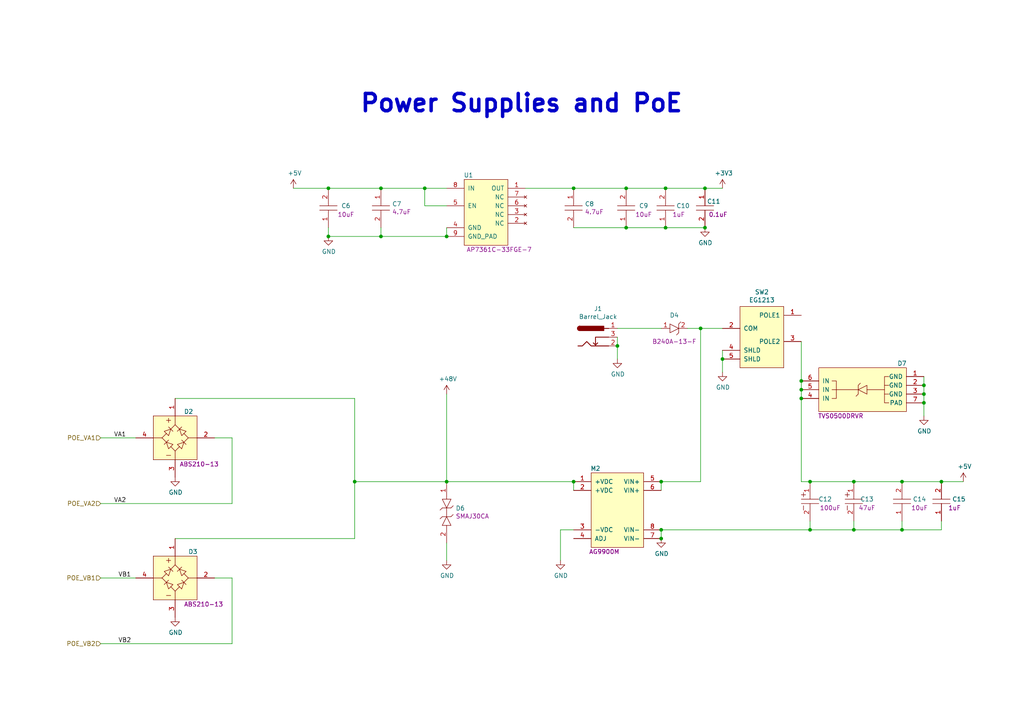
<source format=kicad_sch>
(kicad_sch (version 20231120) (generator "eeschema") (generator_version "8.0")
  (paper "A4")
  (lib_symbols
    (symbol "AVR-KiCAD-Lib-Diodes:ABS210-13" (pin_names (offset 1.016))
      (property "Reference" "D" (at 0 1.27 0))
      (property "_Value_" "ABS210-13" (at 12.7 -13.97 0))
      (symbol "ABS210-13_0_1"
        (polyline (pts (xy 0 -6.35) (xy 2.54 -6.35)))
        (polyline (pts (xy 3.81 -11.43) (xy 5.08 -11.43)))
        (polyline (pts (xy 3.81 -5.08) (xy 2.54 -6.35)))
        (polyline (pts (xy 3.81 -1.27) (xy 5.08 -1.27)))
        (polyline (pts (xy 4.445 -3.175) (xy 5.715 -4.445)))
        (polyline (pts (xy 4.445 -0.635) (xy 4.445 -1.905)))
        (polyline (pts (xy 5.08 -3.81) (xy 6.35 -2.54)))
        (polyline (pts (xy 6.35 -12.7) (xy 6.35 -10.16)))
        (polyline (pts (xy 6.35 -2.54) (xy 6.35 0)))
        (polyline (pts (xy 12.7 -6.35) (xy 10.16 -6.35)))
        (polyline (pts (xy 4.445 -5.715) (xy 3.175 -4.445) (xy 5.08 -3.81) (xy 4.445 -5.715)))
        (rectangle (start 0 0) (end 12.7 -12.7) (fill (type background)))
      )
      (symbol "ABS210-13_1_1"
        (polyline (pts (xy 3.175 -8.255) (xy 4.445 -6.985)))
        (polyline (pts (xy 3.81 -7.62) (xy 2.54 -6.35)))
        (polyline (pts (xy 5.08 -8.89) (xy 6.35 -10.16)))
        (polyline (pts (xy 6.985 -4.445) (xy 8.255 -3.175)))
        (polyline (pts (xy 7.62 -8.89) (xy 6.35 -10.16)))
        (polyline (pts (xy 7.62 -3.81) (xy 6.35 -2.54)))
        (polyline (pts (xy 8.255 -6.985) (xy 9.525 -8.255)))
        (polyline (pts (xy 8.89 -7.62) (xy 10.16 -6.35)))
        (polyline (pts (xy 8.89 -5.08) (xy 10.16 -6.35)))
        (polyline (pts (xy 5.715 -8.255) (xy 4.445 -9.525) (xy 3.81 -7.62) (xy 5.715 -8.255)))
        (polyline (pts (xy 8.255 -9.525) (xy 6.985 -8.255) (xy 8.89 -7.62) (xy 8.255 -9.525)))
        (polyline (pts (xy 9.525 -4.445) (xy 8.255 -5.715) (xy 7.62 -3.81) (xy 9.525 -4.445)))
        (pin passive line (at 6.35 5.08 270) (length 5.08) (name "~") (number "1"))
        (pin passive line (at 17.78 -6.35 180) (length 5.08) (name "~") (number "2"))
        (pin passive line (at 6.35 -17.78 90) (length 5.08) (name "~") (number "3"))
        (pin passive line (at -5.08 -6.35 0) (length 5.08) (name "~") (number "4"))
      )
    )
    (symbol "agricoltura-madre-rpi4-hat-rescue:+3.3V-power" (power) (pin_names (offset 0))
      (property "Value" "power_+3.3V" (at 0 3.556 0))
      (symbol "+3.3V-power_0_1"
        (polyline (pts (xy -0.762 1.27) (xy 0 2.54)))
        (polyline (pts (xy 0 0) (xy 0 2.54)))
        (polyline (pts (xy 0 2.54) (xy 0.762 1.27)))
      )
      (symbol "+3.3V-power_1_1"
        (pin power_in line (at 0 0 90) (length 0) hide (name "+3V3") (number "1"))
      )
    )
    (symbol "agricoltura-madre-rpi4-hat-rescue:+48V-power" (power) (pin_names (offset 0))
      (property "Value" "power_+48V" (at 0 3.556 0))
      (symbol "+48V-power_0_1"
        (polyline (pts (xy -0.762 1.27) (xy 0 2.54)))
        (polyline (pts (xy 0 0) (xy 0 2.54)))
        (polyline (pts (xy 0 2.54) (xy 0.762 1.27)))
      )
      (symbol "+48V-power_1_1"
        (pin power_in line (at 0 0 90) (length 0) hide (name "+48V") (number "1"))
      )
    )
    (symbol "agricoltura-madre-rpi4-hat-rescue:+5V-power" (power) (pin_names (offset 0))
      (property "Value" "power_+5V" (at 0 3.556 0))
      (symbol "+5V-power_0_1"
        (polyline (pts (xy -0.762 1.27) (xy 0 2.54)))
        (polyline (pts (xy 0 0) (xy 0 2.54)))
        (polyline (pts (xy 0 2.54) (xy 0.762 1.27)))
      )
      (symbol "+5V-power_1_1"
        (pin power_in line (at 0 0 90) (length 0) hide (name "+5V") (number "1"))
      )
    )
    (symbol "agricoltura-madre-rpi4-hat-rescue:AG9900M-growbox-KiCAD-Modules" (pin_names (offset 1.016))
      (property "Reference" "M" (at -7.62 -2.54 0))
      (property "_Value_" "AG9900M" (at 58.42 63.5 0))
      (symbol "AG9900M-growbox-KiCAD-Modules_0_1"
        (rectangle (start -7.62 -3.81) (end 7.62 -25.4) (fill (type background)))
      )
      (symbol "AG9900M-growbox-KiCAD-Modules_1_1"
        (pin power_out line (at -12.7 -6.35 0) (length 5.08) (name "+VDC") (number "1"))
        (pin power_out line (at -12.7 -8.89 0) (length 5.08) (name "+VDC") (number "2"))
        (pin power_in line (at -12.7 -20.32 0) (length 5.08) (name "-VDC") (number "3"))
        (pin input line (at -12.7 -22.86 0) (length 5.08) (name "ADJ") (number "4"))
        (pin power_in line (at 12.7 -6.35 180) (length 5.08) (name "VIN+") (number "5"))
        (pin power_in line (at 12.7 -8.89 180) (length 5.08) (name "VIN+") (number "6"))
        (pin power_in line (at 12.7 -22.86 180) (length 5.08) (name "VIN-") (number "7"))
        (pin power_in line (at 12.7 -20.32 180) (length 5.08) (name "VIN-") (number "8"))
      )
    )
    (symbol "agricoltura-madre-rpi4-hat-rescue:AP7361C-33FGE-7-growbox-KiCAD-ICs" (pin_names (offset 1.016))
      (property "Reference" "U" (at 0 1.27 0))
      (property "_Value_" "AP7361C-33FGE-7" (at 10.16 -20.32 0))
      (symbol "AP7361C-33FGE-7-growbox-KiCAD-ICs_0_1"
        (rectangle (start 0 0) (end 12.7 -19.05) (fill (type background)))
      )
      (symbol "AP7361C-33FGE-7-growbox-KiCAD-ICs_1_1"
        (pin power_out line (at 17.78 -2.54 180) (length 5.08) (name "OUT") (number "1"))
        (pin no_connect line (at 17.78 -12.7 180) (length 5.08) (name "NC") (number "2"))
        (pin no_connect line (at 17.78 -10.16 180) (length 5.08) (name "NC") (number "3"))
        (pin passive line (at -5.08 -13.97 0) (length 5.08) (name "GND") (number "4"))
        (pin input line (at -5.08 -7.62 0) (length 5.08) (name "EN") (number "5"))
        (pin no_connect line (at 17.78 -7.62 180) (length 5.08) (name "NC") (number "6"))
        (pin no_connect line (at 17.78 -5.08 180) (length 5.08) (name "NC") (number "7"))
        (pin power_in line (at -5.08 -2.54 0) (length 5.08) (name "IN") (number "8"))
        (pin power_in line (at -5.08 -16.51 0) (length 5.08) (name "GND_PAD") (number "9"))
      )
    )
    (symbol "agricoltura-madre-rpi4-hat-rescue:B240A-13-F-growbox-KiCAD-Diodes" (pin_names (offset 1.016))
      (property "Reference" "D" (at -2.54 2.54 0))
      (property "_Value_" "B240A-13-F" (at 1.27 -3.81 0))
      (symbol "B240A-13-F-growbox-KiCAD-Diodes_0_1"
        (polyline (pts (xy 1.27 -1.27) (xy 0.635 -1.905)))
        (polyline (pts (xy 1.27 1.27) (xy 1.27 -1.27)))
        (polyline (pts (xy 1.27 1.27) (xy 1.905 1.905)))
        (polyline (pts (xy -1.27 1.27) (xy -1.27 -1.27) (xy 1.27 0) (xy -1.27 1.27)))
      )
      (symbol "B240A-13-F-growbox-KiCAD-Diodes_1_1"
        (pin passive line (at -3.81 0 0) (length 2.54) (name "~") (number "1"))
        (pin passive line (at 3.81 0 180) (length 2.54) (name "~") (number "2"))
      )
    )
    (symbol "agricoltura-madre-rpi4-hat-rescue:Barrel_Jack-conn" (pin_names (offset 1.016))
      (property "Reference" "J" (at 0 5.334 0))
      (property "Value" "conn_Barrel_Jack" (at 0 -4.445 0))
      (symbol "Barrel_Jack-conn_0_1"
        (arc (start -3.302 3.175) (mid -3.937 2.54) (end -3.302 1.905) (stroke (width 0.254)))
        (arc (start -3.302 3.175) (mid -3.937 2.54) (end -3.302 1.905) (stroke (width 0.254)) (fill (type outline)))
        (polyline (pts (xy 1.27 -2.286) (xy 1.905 -1.651)) (stroke (width 0.254)))
        (polyline (pts (xy 5.08 2.54) (xy 3.81 2.54)) (stroke (width 0.254)))
        (polyline (pts (xy 5.08 0) (xy 1.27 0) (xy 1.27 -2.286) (xy 0.635 -1.651)) (stroke (width 0.254)))
        (polyline (pts (xy -3.81 -2.54) (xy -2.54 -2.54) (xy -1.27 -1.27) (xy 0 -2.54) (xy 2.54 -2.54) (xy 5.08 -2.54)) (stroke (width 0.254)))
        (rectangle (start 3.683 3.175) (end -3.302 1.905) (stroke (width 0.254)) (fill (type outline)))
      )
      (symbol "Barrel_Jack-conn_1_1"
        (pin passive line (at 7.62 2.54 180) (length 2.54) (name "~") (number "1"))
        (pin passive line (at 7.62 -2.54 180) (length 2.54) (name "~") (number "2"))
        (pin passive line (at 7.62 0 180) (length 2.54) (name "~") (number "3"))
      )
    )
    (symbol "agricoltura-madre-rpi4-hat-rescue:EG1213-growbox-KiCAD-Mechanical-Switches" (pin_names (offset 1.016))
      (property "Reference" "SW" (at 1.27 1.27 0))
      (property "Value" "growbox-KiCAD-Mechanical-Switches_EG1213" (at 3.81 -19.05 0))
      (symbol "EG1213-growbox-KiCAD-Mechanical-Switches_0_1"
        (polyline (pts (xy 6.35 -6.35) (xy 6.35 -6.35)))
        (rectangle (start 0 0) (end 12.7 -17.78) (fill (type background)))
      )
      (symbol "EG1213-growbox-KiCAD-Mechanical-Switches_1_1"
        (pin passive line (at 17.78 -2.54 180) (length 5.08) (name "POLE1") (number "1"))
        (pin passive line (at -5.08 -6.35 0) (length 5.08) (name "COM") (number "2"))
        (pin passive line (at 17.78 -10.16 180) (length 5.08) (name "POLE2") (number "3"))
        (pin passive line (at -5.08 -12.7 0) (length 5.08) (name "SHLD") (number "4"))
        (pin passive line (at -5.08 -15.24 0) (length 5.08) (name "SHLD") (number "5"))
      )
    )
    (symbol "agricoltura-madre-rpi4-hat-rescue:GND-power" (power) (pin_names (offset 0))
      (property "Value" "power_GND" (at 0 -3.81 0))
      (symbol "GND-power_0_1"
        (polyline (pts (xy 0 0) (xy 0 -1.27) (xy 1.27 -1.27) (xy 0 -2.54) (xy -1.27 -1.27) (xy 0 -1.27)))
      )
      (symbol "GND-power_1_1"
        (pin power_in line (at 0 0 270) (length 0) hide (name "GND") (number "1"))
      )
    )
    (symbol "agricoltura-madre-rpi4-hat-rescue:GRM155C81A105KA12D-growbox-KiCAD-Capacitors" (pin_names (offset 1.016))
      (property "Reference" "C" (at -2.54 2.54 0))
      (property "_Value_" "1uF" (at 58.42 63.5 0))
      (symbol "GRM155C81A105KA12D-growbox-KiCAD-Capacitors_1_1"
        (polyline (pts (xy 0 2.54) (xy 0 -2.54)))
        (polyline (pts (xy 1.27 2.54) (xy 1.27 -2.54)))
        (pin input line (at -5.08 0 0) (length 5.08) (name "~") (number "1"))
        (pin input line (at 6.35 0 180) (length 5.08) (name "~") (number "2"))
      )
    )
    (symbol "agricoltura-madre-rpi4-hat-rescue:GRM155R61A475MEAAD-growbox-KiCAD-Capacitors" (pin_names (offset 1.016))
      (property "Reference" "C" (at -2.54 2.54 0))
      (property "_Value_" "4.7uF" (at 58.42 63.5 0))
      (symbol "GRM155R61A475MEAAD-growbox-KiCAD-Capacitors_1_1"
        (polyline (pts (xy 0 2.54) (xy 0 -2.54)))
        (polyline (pts (xy 1.27 2.54) (xy 1.27 -2.54)))
        (pin input line (at -5.08 0 0) (length 5.08) (name "~") (number "1"))
        (pin input line (at 6.35 0 180) (length 5.08) (name "~") (number "2"))
      )
    )
    (symbol "agricoltura-madre-rpi4-hat-rescue:GRM155R71E104KE14J-growbox-KiCAD-Capacitors" (pin_names (offset 1.016))
      (property "Reference" "C" (at -2.54 2.54 0))
      (property "_Value_" "0.1uF" (at 58.42 63.5 0))
      (symbol "GRM155R71E104KE14J-growbox-KiCAD-Capacitors_1_1"
        (polyline (pts (xy 0 2.54) (xy 0 -2.54)))
        (polyline (pts (xy 1.27 2.54) (xy 1.27 -2.54)))
        (pin input line (at -5.08 0 0) (length 5.08) (name "~") (number "1"))
        (pin input line (at 6.35 0 180) (length 5.08) (name "~") (number "2"))
      )
    )
    (symbol "agricoltura-madre-rpi4-hat-rescue:GRM188R61A106KE69J-growbox-KiCAD-Capacitors" (pin_names (offset 1.016))
      (property "Reference" "C" (at -2.54 2.54 0))
      (property "_Value_" "10uF" (at 58.42 63.5 0))
      (symbol "GRM188R61A106KE69J-growbox-KiCAD-Capacitors_1_1"
        (polyline (pts (xy 0 2.54) (xy 0 -2.54)))
        (polyline (pts (xy 1.27 2.54) (xy 1.27 -2.54)))
        (pin input line (at -5.08 0 0) (length 5.08) (name "~") (number "1"))
        (pin input line (at 6.35 0 180) (length 5.08) (name "~") (number "2"))
      )
    )
    (symbol "agricoltura-madre-rpi4-hat-rescue:SMAJ30CA-growbox-KiCAD-Diodes" (pin_names (offset 1.016))
      (property "Reference" "D" (at -2.54 2.54 0))
      (property "_Value_" "SMAJ30CA" (at 58.42 63.5 0))
      (symbol "SMAJ30CA-growbox-KiCAD-Diodes_0_1"
        (polyline (pts (xy 1.27 0) (xy -1.27 0)))
      )
      (symbol "SMAJ30CA-growbox-KiCAD-Diodes_1_1"
        (polyline (pts (xy -1.27 -1.27) (xy -1.27 1.27)))
        (polyline (pts (xy -1.27 -1.27) (xy -0.635 -1.905)))
        (polyline (pts (xy -1.27 1.27) (xy -1.905 1.905)))
        (polyline (pts (xy 1.27 -1.27) (xy 1.905 -1.905)))
        (polyline (pts (xy 1.27 1.27) (xy 0.635 1.905)))
        (polyline (pts (xy 1.27 1.27) (xy 1.27 -1.27)))
        (polyline (pts (xy -3.81 1.27) (xy -3.81 -1.27) (xy -1.27 0) (xy -3.81 1.27)))
        (polyline (pts (xy 3.81 -1.27) (xy 3.81 1.27) (xy 1.27 0) (xy 3.81 -1.27)))
        (pin passive line (at -8.89 0 0) (length 5.08) (name "~") (number "1"))
        (pin passive line (at 8.89 0 180) (length 5.08) (name "~") (number "2"))
      )
    )
    (symbol "agricoltura-madre-rpi4-hat-rescue:TVS0500DRVR-growbox-KiCAD-Diodes" (pin_names (offset 1.016))
      (property "Reference" "D" (at -12.7 1.27 0))
      (property "_Value_" "TVS0500DRVR" (at -6.35 -13.97 0))
      (symbol "TVS0500DRVR-growbox-KiCAD-Diodes_0_1"
        (rectangle (start -12.7 0) (end 12.7 -12.7) (fill (type background)))
        (polyline (pts (xy -7.62 -6.35) (xy -8.89 -6.35)))
        (polyline (pts (xy -1.27 -6.35) (xy -7.62 -6.35)))
        (polyline (pts (xy 6.35 -7.62) (xy 7.62 -7.62)))
        (polyline (pts (xy 6.35 -6.35) (xy 1.27 -6.35)))
        (polyline (pts (xy 6.35 -5.08) (xy 7.62 -5.08)))
        (polyline (pts (xy -8.89 -3.81) (xy -7.62 -3.81) (xy -7.62 -8.89) (xy -8.89 -8.89)))
        (polyline (pts (xy 7.62 -2.54) (xy 6.35 -2.54) (xy 6.35 -10.16) (xy 7.62 -10.16)))
      )
      (symbol "TVS0500DRVR-growbox-KiCAD-Diodes_1_1"
        (polyline (pts (xy -1.27 -7.62) (xy -1.905 -8.255)))
        (polyline (pts (xy -1.27 -7.62) (xy -1.27 -5.08)))
        (polyline (pts (xy -1.27 -5.08) (xy -0.635 -4.445)))
        (polyline (pts (xy 1.27 -7.62) (xy 1.27 -5.08) (xy -1.27 -6.35) (xy 1.27 -7.62)))
        (pin passive line (at 17.78 -2.54 180) (length 5.08) (name "GND") (number "1"))
        (pin passive line (at 17.78 -5.08 180) (length 5.08) (name "GND") (number "2"))
        (pin passive line (at 17.78 -7.62 180) (length 5.08) (name "GND") (number "3"))
        (pin passive line (at -17.78 -8.89 0) (length 5.08) (name "IN") (number "4"))
        (pin passive line (at -17.78 -6.35 0) (length 5.08) (name "IN") (number "5"))
        (pin passive line (at -17.78 -3.81 0) (length 5.08) (name "IN") (number "6"))
        (pin passive line (at 17.78 -10.16 180) (length 5.08) (name "PAD") (number "7"))
      )
    )
    (symbol "agricoltura-madre-rpi4-hat-rescue:UUX1J101MNL1GS-growbox-KiCAD-Capacitors" (pin_names (offset 1.016))
      (property "Reference" "C" (at -2.54 2.54 0))
      (property "_Value_" "100uF" (at 58.42 63.5 0))
      (symbol "UUX1J101MNL1GS-growbox-KiCAD-Capacitors_0_1"
        (polyline (pts (xy -1.27 -1.27) (xy -1.27 -2.54)))
        (polyline (pts (xy -0.635 -1.905) (xy -1.905 -1.905)))
        (polyline (pts (xy 1.905 -1.905) (xy 3.175 -1.905)))
      )
      (symbol "UUX1J101MNL1GS-growbox-KiCAD-Capacitors_1_1"
        (polyline (pts (xy 0 2.54) (xy 0 -2.54)))
        (polyline (pts (xy 1.27 2.54) (xy 1.27 -2.54)))
        (pin input line (at -5.08 0 0) (length 5.08) (name "~") (number "1"))
        (pin input line (at 6.35 0 180) (length 5.08) (name "~") (number "2"))
      )
    )
    (symbol "agricoltura-madre-rpi4-hat-rescue:UWT1H470MCL1GS-growbox-KiCAD-Capacitors" (pin_names (offset 1.016))
      (property "Reference" "C" (at -2.54 2.54 0))
      (property "_Value_" "47uF" (at 58.42 63.5 0))
      (symbol "UWT1H470MCL1GS-growbox-KiCAD-Capacitors_0_1"
        (polyline (pts (xy -1.27 -1.27) (xy -1.27 -2.54)))
        (polyline (pts (xy -0.635 -1.905) (xy -1.905 -1.905)))
        (polyline (pts (xy 1.905 -1.905) (xy 3.175 -1.905)))
      )
      (symbol "UWT1H470MCL1GS-growbox-KiCAD-Capacitors_1_1"
        (polyline (pts (xy 0 2.54) (xy 0 -2.54)))
        (polyline (pts (xy 1.27 2.54) (xy 1.27 -2.54)))
        (pin input line (at -5.08 0 0) (length 5.08) (name "~") (number "1"))
        (pin input line (at 6.35 0 180) (length 5.08) (name "~") (number "2"))
      )
    )
  )
  (junction (at 261.62 139.7))
  (junction (at 102.87 139.7))
  (junction (at 261.62 153.67))
  (junction (at 129.54 68.58))
  (junction (at 203.2 95.25))
  (junction (at 110.49 54.61))
  (junction (at 267.97 114.3))
  (junction (at 267.97 116.84))
  (junction (at 181.61 66.04))
  (junction (at 232.41 110.49))
  (junction (at 232.41 113.03))
  (junction (at 267.97 111.76))
  (junction (at 123.19 54.61))
  (junction (at 273.05 139.7))
  (junction (at 247.65 153.67))
  (junction (at 191.77 153.67))
  (junction (at 181.61 54.61))
  (junction (at 166.37 139.7))
  (junction (at 191.77 139.7))
  (junction (at 193.04 66.04))
  (junction (at 247.65 139.7))
  (junction (at 209.55 104.14))
  (junction (at 191.77 156.21))
  (junction (at 110.49 68.58))
  (junction (at 129.54 139.7))
  (junction (at 204.47 66.04))
  (junction (at 95.25 54.61))
  (junction (at 95.25 68.58))
  (junction (at 234.95 153.67))
  (junction (at 166.37 54.61))
  (junction (at 204.47 54.61))
  (junction (at 193.04 54.61))
  (junction (at 232.41 115.57))
  (junction (at 234.95 139.7))
  (junction (at 179.07 100.33))
  (wire (pts (xy 209.55 101.6) (xy 209.55 104.14)))
  (wire (pts (xy 234.95 139.7) (xy 247.65 139.7)))
  (wire (pts (xy 67.31 146.05) (xy 67.31 127)))
  (wire (pts (xy 261.62 151.13) (xy 261.62 153.67)))
  (wire (pts (xy 181.61 66.04) (xy 193.04 66.04)))
  (wire (pts (xy 102.87 156.21) (xy 50.8 156.21)))
  (wire (pts (xy 162.56 153.67) (xy 162.56 162.56)))
  (wire (pts (xy 95.25 68.58) (xy 95.25 66.04)))
  (wire (pts (xy 67.31 186.69) (xy 67.31 167.64)))
  (wire (pts (xy 203.2 95.25) (xy 203.2 139.7)))
  (wire (pts (xy 166.37 139.7) (xy 166.37 142.24)))
  (wire (pts (xy 199.39 95.25) (xy 203.2 95.25)))
  (wire (pts (xy 247.65 153.67) (xy 234.95 153.67)))
  (wire (pts (xy 191.77 142.24) (xy 191.77 139.7)))
  (wire (pts (xy 129.54 157.48) (xy 129.54 162.56)))
  (wire (pts (xy 232.41 115.57) (xy 232.41 139.7)))
  (wire (pts (xy 166.37 139.7) (xy 129.54 139.7)))
  (wire (pts (xy 204.47 54.61) (xy 209.55 54.61)))
  (wire (pts (xy 179.07 104.14) (xy 179.07 100.33)))
  (wire (pts (xy 29.21 146.05) (xy 67.31 146.05)))
  (wire (pts (xy 129.54 66.04) (xy 129.54 68.58)))
  (wire (pts (xy 129.54 59.69) (xy 123.19 59.69)))
  (wire (pts (xy 267.97 111.76) (xy 267.97 114.3)))
  (wire (pts (xy 29.21 186.69) (xy 67.31 186.69)))
  (wire (pts (xy 234.95 151.13) (xy 234.95 153.67)))
  (wire (pts (xy 261.62 153.67) (xy 247.65 153.67)))
  (wire (pts (xy 232.41 113.03) (xy 232.41 110.49)))
  (wire (pts (xy 129.54 68.58) (xy 110.49 68.58)))
  (wire (pts (xy 267.97 114.3) (xy 267.97 116.84)))
  (wire (pts (xy 209.55 95.25) (xy 203.2 95.25)))
  (wire (pts (xy 129.54 139.7) (xy 102.87 139.7)))
  (wire (pts (xy 102.87 115.57) (xy 102.87 139.7)))
  (wire (pts (xy 232.41 115.57) (xy 232.41 113.03)))
  (wire (pts (xy 273.05 139.7) (xy 279.4 139.7)))
  (wire (pts (xy 67.31 127) (xy 62.23 127)))
  (wire (pts (xy 123.19 59.69) (xy 123.19 54.61)))
  (wire (pts (xy 181.61 54.61) (xy 193.04 54.61)))
  (wire (pts (xy 234.95 153.67) (xy 191.77 153.67)))
  (wire (pts (xy 129.54 54.61) (xy 123.19 54.61)))
  (wire (pts (xy 102.87 139.7) (xy 102.87 156.21)))
  (wire (pts (xy 232.41 99.06) (xy 232.41 110.49)))
  (wire (pts (xy 29.21 127) (xy 39.37 127)))
  (wire (pts (xy 273.05 151.13) (xy 273.05 153.67)))
  (wire (pts (xy 110.49 68.58) (xy 95.25 68.58)))
  (wire (pts (xy 261.62 139.7) (xy 273.05 139.7)))
  (wire (pts (xy 209.55 104.14) (xy 209.55 107.95)))
  (wire (pts (xy 129.54 114.3) (xy 129.54 139.7)))
  (wire (pts (xy 247.65 151.13) (xy 247.65 153.67)))
  (wire (pts (xy 110.49 66.04) (xy 110.49 68.58)))
  (wire (pts (xy 232.41 139.7) (xy 234.95 139.7)))
  (wire (pts (xy 166.37 66.04) (xy 181.61 66.04)))
  (wire (pts (xy 123.19 54.61) (xy 110.49 54.61)))
  (wire (pts (xy 247.65 139.7) (xy 261.62 139.7)))
  (wire (pts (xy 152.4 54.61) (xy 166.37 54.61)))
  (wire (pts (xy 67.31 167.64) (xy 62.23 167.64)))
  (wire (pts (xy 179.07 95.25) (xy 191.77 95.25)))
  (wire (pts (xy 191.77 139.7) (xy 203.2 139.7)))
  (wire (pts (xy 267.97 116.84) (xy 267.97 120.65)))
  (wire (pts (xy 191.77 156.21) (xy 191.77 153.67)))
  (wire (pts (xy 166.37 153.67) (xy 162.56 153.67)))
  (wire (pts (xy 193.04 66.04) (xy 204.47 66.04)))
  (wire (pts (xy 29.21 167.64) (xy 39.37 167.64)))
  (wire (pts (xy 50.8 115.57) (xy 102.87 115.57)))
  (wire (pts (xy 193.04 54.61) (xy 204.47 54.61)))
  (wire (pts (xy 166.37 54.61) (xy 181.61 54.61)))
  (wire (pts (xy 110.49 54.61) (xy 95.25 54.61)))
  (wire (pts (xy 179.07 100.33) (xy 179.07 97.79)))
  (wire (pts (xy 273.05 153.67) (xy 261.62 153.67)))
  (wire (pts (xy 267.97 109.22) (xy 267.97 111.76)))
  (wire (pts (xy 95.25 54.61) (xy 85.09 54.61)))
  (text "Power Supplies and PoE" (at 104.14 33.02 0) (effects (font (size 5.0038 5.0038) (thickness 1.0008) (bold yes)) (justify left bottom)))
  (label "VB1" (at 34.29 167.64 0))
  (label "VB2" (at 34.29 186.69 0))
  (label "VA1" (at 33.02 127 0))
  (label "VA2" (at 33.02 146.05 0))
  (hierarchical_label "POE_VA2" (shape input) (at 29.21 146.05 180))
  (hierarchical_label "POE_VB2" (shape input) (at 29.21 186.69 180))
  (hierarchical_label "POE_VA1" (shape input) (at 29.21 127 180))
  (hierarchical_label "POE_VB1" (shape input) (at 29.21 167.64 180))
  (symbol (lib_id "agricoltura-madre-rpi4-hat-rescue:GRM155C81A105KA12D-growbox-KiCAD-Capacitors") (at 273.05 146.05 90) (unit 1)
    (property "Reference" "C15" (at 278.13 144.78 90))
    (property "Value" "GRM155C81A105KA12D" (effects (hide yes)))
    (property "Footprint" "growbox-KiCAD-Capacitors:C0402" (effects (hide yes)))
    (property "Datasheet" "https://search.murata.co.jp/Ceramy/image/img/A01X/G101/ENG/GRM155C81A105KA12-01.pdf" (effects (hide yes)))
    (property "Cost QTY: 1" "0.11000" (effects (hide yes)))
    (property "Cost QTY: 1000" "0.01948" (effects (hide yes)))
    (property "Cost QTY: 2500" "0.01771" (effects (hide yes)))
    (property "Cost QTY: 5000" "0.01629" (effects (hide yes)))
    (property "Cost QTY: 10000" "0.01176" (effects (hide yes)))
    (property "MFR" "Murata Electronics" (effects (hide yes)))
    (property "MFR#" "GRM155C81A105KA12D" (effects (hide yes)))
    (property "Vendor" "Digikey" (effects (hide yes)))
    (property "Vendor #" "490-12699-1-ND" (effects (hide yes)))
    (property "Designer" "AVR" (effects (hide yes)))
    (property "Height" "0.55mm" (effects (hide yes)))
    (property "Date Created" "2/28/2020" (effects (hide yes)))
    (property "Date Modified" "2/28/2020" (effects (hide yes)))
    (property "Lead-Free ?" "Yes" (effects (hide yes)))
    (property "RoHS Levels" "1" (effects (hide yes)))
    (property "Mounting" "SMT" (effects (hide yes)))
    (property "Pin Count #" "2" (effects (hide yes)))
    (property "Status" "Active" (effects (hide yes)))
    (property "Tolerance" "10%" (effects (hide yes)))
    (property "Type" "Ceramic Cap" (effects (hide yes)))
    (property "Voltage" "10V" (effects (hide yes)))
    (property "Package" "0402" (effects (hide yes)))
    (property "Description" "1µF ±10% 10V Ceramic Capacitor X6S 0402 (1005 Metric)" (effects (hide yes)))
    (property "_Value_" "1uF" (at 276.86 147.32 90))
    (property "Management_ID" "*" (effects (hide yes)))
    (instances (project "agricoltura-madre-rpi4-hat" (path "" (reference "C15") (unit 1)) (path "" (reference "C?") (unit 1))))
  )
  (symbol (lib_id "agricoltura-madre-rpi4-hat-rescue:GRM188R61A106KE69J-growbox-KiCAD-Capacitors") (at 261.62 146.05 90) (unit 1)
    (property "Reference" "C14" (at 266.7 144.78 90))
    (property "Value" "GRM188R61A106KE69J" (effects (hide yes)))
    (property "Footprint" "growbox-KiCAD-Capacitors:C0603" (effects (hide yes)))
    (property "Datasheet" "https://search.murata.co.jp/Ceramy/image/img/A01X/G101/ENG/GRM188R61A106KE69-01.pdf" (effects (hide yes)))
    (property "Cost QTY: 1" "0.18000" (effects (hide yes)))
    (property "Cost QTY: 1000" "0.03841" (effects (hide yes)))
    (property "Cost QTY: 2500" "0.03674" (effects (hide yes)))
    (property "Cost QTY: 5000" "0.03340" (effects (hide yes)))
    (property "Cost QTY: 10000" "0.02640" (effects (hide yes)))
    (property "MFR" "Murata Electronics" (effects (hide yes)))
    (property "MFR#" "GRM188R61A106KE69J" (effects (hide yes)))
    (property "Vendor" "Digikey" (effects (hide yes)))
    (property "Vendor #" "490-14372-2-ND" (effects (hide yes)))
    (property "Designer" "AVR" (effects (hide yes)))
    (property "Height" "0.95mm" (effects (hide yes)))
    (property "Date Created" "2/28/2020" (effects (hide yes)))
    (property "Date Modified" "2/28/2020" (effects (hide yes)))
    (property "Lead-Free ?" "Yes" (effects (hide yes)))
    (property "RoHS Levels" "1" (effects (hide yes)))
    (property "Mounting" "SMT" (effects (hide yes)))
    (property "Pin Count #" "2" (effects (hide yes)))
    (property "Status" "Active" (effects (hide yes)))
    (property "Tolerance" "10%" (effects (hide yes)))
    (property "Type" "Ceramic Cap" (effects (hide yes)))
    (property "Voltage" "10V" (effects (hide yes)))
    (property "Package" "0603" (effects (hide yes)))
    (property "Description" "10µF ±10% 10V Ceramic Capacitor X5R 0603 (1608 Metric)" (effects (hide yes)))
    (property "_Value_" "10uF" (at 266.7 147.32 90))
    (property "Management_ID" "*" (effects (hide yes)))
    (instances (project "agricoltura-madre-rpi4-hat" (path "" (reference "C14") (unit 1)) (path "" (reference "C?") (unit 1))))
  )
  (symbol (lib_id "agricoltura-madre-rpi4-hat-rescue:UWT1H470MCL1GS-growbox-KiCAD-Capacitors") (at 247.65 144.78 270) (unit 1)
    (property "Reference" "C13" (at 251.46 144.78 90))
    (property "Value" "UWT1H470MCL1GS" (effects (hide yes)))
    (property "Footprint" "growbox-KiCAD-Capacitors:UWT1H470MCL1GS" (effects (hide yes)))
    (property "Datasheet" "https://www.nichicon.co.jp/english/products/pdfs/e-uux.pdf" (effects (hide yes)))
    (property "Cost QTY: 1" "0.50" (effects (hide yes)))
    (property "Cost QTY: 1000" "0.12174" (effects (hide yes)))
    (property "Cost QTY: 2500" "0.11566" (effects (hide yes)))
    (property "Cost QTY: 5000" "0.10348" (effects (hide yes)))
    (property "Cost QTY: 10000" "0.09739" (effects (hide yes)))
    (property "MFR" "Nichicon" (effects (hide yes)))
    (property "MFR#" "UWT1H470MCL1GS" (effects (hide yes)))
    (property "Vendor" "Digikey" (effects (hide yes)))
    (property "Vendor #" "493-2225-1-ND" (effects (hide yes)))
    (property "Designer" "AVR" (effects (hide yes)))
    (property "Height" "10.5mm" (effects (hide yes)))
    (property "Date Created" "3/9/2020" (effects (hide yes)))
    (property "Date Modified" "3/9/2020" (effects (hide yes)))
    (property "Lead-Free ?" "Yes" (effects (hide yes)))
    (property "RoHS Levels" "1" (effects (hide yes)))
    (property "Mounting" "SMT" (effects (hide yes)))
    (property "Pin Count #" "2" (effects (hide yes)))
    (property "Status" "Active" (effects (hide yes)))
    (property "Tolerance" "20%" (effects (hide yes)))
    (property "Type" "Aluminum Electrolytic Cap" (effects (hide yes)))
    (property "Voltage" "63V" (effects (hide yes)))
    (property "Package" "*" (effects (hide yes)))
    (property "Description" "47µF 50V Aluminum Electrolytic Capacitors Radial, Can - SMD  1000 Hrs @ 105°C" (effects (hide yes)))
    (property "_Value_" "47uF" (at 251.46 147.32 90))
    (property "Management_ID" "*" (effects (hide yes)))
    (instances (project "agricoltura-madre-rpi4-hat" (path "" (reference "C13") (unit 1)) (path "" (reference "C?") (unit 1))))
  )
  (symbol (lib_id "agricoltura-madre-rpi4-hat-rescue:GND-power") (at 129.54 162.56 0) (unit 1)
    (property "Reference" "#PWR015" (effects (hide yes)))
    (property "Value" "GND" (at 129.667 166.9542 0))
  )
  (symbol (lib_id "agricoltura-madre-rpi4-hat-rescue:UUX1J101MNL1GS-growbox-KiCAD-Capacitors") (at 234.95 144.78 270) (unit 1)
    (property "Reference" "C12" (at 241.3 144.78 90) (effects (justify right)))
    (property "Value" "UUX1J101MNL1GS" (effects (hide yes)))
    (property "Footprint" "growbox-KiCAD-Capacitors:UUX1J101MNL1GS" (effects (hide yes)))
    (property "Datasheet" "https://www.nichicon.co.jp/english/products/pdfs/e-uux.pdf" (effects (hide yes)))
    (property "Cost QTY: 1" "0.63000" (effects (hide yes)))
    (property "Cost QTY: 1000" "0.19803" (effects (hide yes)))
    (property "Cost QTY: 2500" "0.18638" (effects (hide yes)))
    (property "Cost QTY: 5000" "0.17474" (effects (hide yes)))
    (property "Cost QTY: 10000" "*" (effects (hide yes)))
    (property "MFR" "Nichicon" (effects (hide yes)))
    (property "MFR#" "UUX1J101MNL1GS" (effects (hide yes)))
    (property "Vendor" "Digikey" (effects (hide yes)))
    (property "Vendor #" "493-7453-2-ND" (effects (hide yes)))
    (property "Designer" "AVR" (effects (hide yes)))
    (property "Height" "10.5mm" (effects (hide yes)))
    (property "Date Created" "3/9/2020" (effects (hide yes)))
    (property "Date Modified" "3/9/2020" (effects (hide yes)))
    (property "Lead-Free ?" "Yes" (effects (hide yes)))
    (property "RoHS Levels" "1" (effects (hide yes)))
    (property "Mounting" "SMT" (effects (hide yes)))
    (property "Pin Count #" "2" (effects (hide yes)))
    (property "Status" "Active" (effects (hide yes)))
    (property "Tolerance" "20%" (effects (hide yes)))
    (property "Type" "Aluminum Electrolytic Cap" (effects (hide yes)))
    (property "Voltage" "63V" (effects (hide yes)))
    (property "Package" "*" (effects (hide yes)))
    (property "Description" "100µF 63V Aluminum Electrolytic Capacitors Radial, Can - SMD  2000 Hrs @ 105°C" (effects (hide yes)))
    (property "_Value_" "100uF" (at 243.84 147.32 90) (effects (justify right)))
    (property "Management_ID" "*" (effects (hide yes)))
  )
  (symbol (lib_id "agricoltura-madre-rpi4-hat-rescue:+5V-power") (at 279.4 139.7 0) (unit 1)
    (property "Reference" "#PWR017" (effects (hide yes)))
    (property "Value" "+5V" (at 279.781 135.3058 0))
  )
  (symbol (lib_id "agricoltura-madre-rpi4-hat-rescue:AG9900M-growbox-KiCAD-Modules") (at 179.07 133.35 0) (unit 1)
    (property "Reference" "M2" (at 172.72 135.89 0))
    (property "Value" "AG9900M" (effects (hide yes)))
    (property "Footprint" "growbox-KiCAD-Modules:9900M_POE" (effects (hide yes)))
    (property "Datasheet" "https://silvertel.com/images/datasheets/Ag9900M-datasheet-ultra-miniature-isolated-Power-over-Ethernet-POE-module.pdf" (effects (hide yes)))
    (property "Cost QTY: 1" "*" (effects (hide yes)))
    (property "Cost QTY: 1000" "*" (effects (hide yes)))
    (property "Cost QTY: 2500" "*" (effects (hide yes)))
    (property "Cost QTY: 5000" "*" (effects (hide yes)))
    (property "Cost QTY: 10000" "*" (effects (hide yes)))
    (property "MFR" "Silvertel" (effects (hide yes)))
    (property "MFR#" "*" (effects (hide yes)))
    (property "Vendor" "*" (effects (hide yes)))
    (property "Vendor #" "*" (effects (hide yes)))
    (property "Designer" "*" (effects (hide yes)))
    (property "Height" "*" (effects (hide yes)))
    (property "Date Created" "3/18/2020" (effects (hide yes)))
    (property "Date Modified" "3/18/2020" (effects (hide yes)))
    (property "Lead-Free ?" "Yes" (effects (hide yes)))
    (property "RoHS Levels" "*" (effects (hide yes)))
    (property "Mounting" "SMT" (effects (hide yes)))
    (property "Pin Count #" "8" (effects (hide yes)))
    (property "Status" "Active" (effects (hide yes)))
    (property "Tolerance" "*" (effects (hide yes)))
    (property "Type" "PoE Module" (effects (hide yes)))
    (property "Voltage" "*" (effects (hide yes)))
    (property "Package" "Proprietary PCB Module" (effects (hide yes)))
    (property "Description" "The Ag9900 Power-over-Ethernet (PoE) modules are the smallest POE solution in the world and designed to extract power from a conventional twisted pair Category 5 Ethernet cable, conforming to the IEEE 802.3af PoE standard." (effects (hide yes)))
    (property "_Value_" "AG9900M" (at 175.26 160.02 0))
    (property "Management_ID" "*" (effects (hide yes)))
  )
  (symbol (lib_id "agricoltura-madre-rpi4-hat-rescue:GND-power") (at 204.47 66.04 0) (unit 1)
    (property "Reference" "#PWR038" (effects (hide yes)))
    (property "Value" "GND" (at 204.597 70.4342 0))
  )
  (symbol (lib_id "agricoltura-madre-rpi4-hat-rescue:GND-power") (at 191.77 156.21 0) (unit 1)
    (property "Reference" "#PWR0102" (effects (hide yes)))
    (property "Value" "GND" (at 191.897 160.6042 0))
  )
  (symbol (lib_id "agricoltura-madre-rpi4-hat-rescue:GND-power") (at 50.8 138.43 0) (unit 1)
    (property "Reference" "#PWR011" (effects (hide yes)))
    (property "Value" "GND" (at 50.927 142.8242 0))
  )
  (symbol (lib_id "agricoltura-madre-rpi4-hat-rescue:GND-power") (at 50.8 179.07 0) (unit 1)
    (property "Reference" "#PWR012" (effects (hide yes)))
    (property "Value" "GND" (at 50.927 183.4642 0))
  )
  (symbol (lib_id "agricoltura-madre-rpi4-hat-rescue:Barrel_Jack-conn") (at 171.45 97.79 0) (unit 1)
    (property "Reference" "J1" (at 173.4566 89.535 0))
    (property "Value" "Barrel_Jack" (at 173.4566 91.8464 0))
    (property "Footprint" "Connect:BARREL_JACK" (effects (hide yes)))
  )
  (symbol (lib_id "agricoltura-madre-rpi4-hat-rescue:GND-power") (at 179.07 104.14 0) (unit 1)
    (property "Reference" "#PWR0101" (effects (hide yes)))
    (property "Value" "GND" (at 179.197 108.5342 0))
  )
  (symbol (lib_id "agricoltura-madre-rpi4-hat-rescue:B240A-13-F-growbox-KiCAD-Diodes") (at 195.58 95.25 0) (unit 1)
    (property "Reference" "D4" (at 195.58 91.44 0))
    (property "Value" "B240A-13-F" (effects (hide yes)))
    (property "Footprint" "growbox-KiCAD-Diodes:B240A-13-F" (effects (hide yes)))
    (property "Datasheet" "https://www.diodes.com/assets/Datasheets/ds13004.pdf" (effects (hide yes)))
    (property "Cost QTY: 1" "0.41000" (effects (hide yes)))
    (property "Cost QTY: 1000" "0.10100" (effects (hide yes)))
    (property "Cost QTY: 2500" "0.09242" (effects (hide yes)))
    (property "Cost QTY: 5000" "0.08838" (effects (hide yes)))
    (property "Cost QTY: 10000" "0.07828" (effects (hide yes)))
    (property "MFR" "Diodes Incorporated" (effects (hide yes)))
    (property "MFR#" "B240A-13-F" (effects (hide yes)))
    (property "Vendor" "Digikey" (effects (hide yes)))
    (property "Vendor #" "B240A-FDICT-ND" (effects (hide yes)))
    (property "Designer" "AVR" (effects (hide yes)))
    (property "Height" "0.73mm" (effects (hide yes)))
    (property "Date Created" "3/30/2020" (effects (hide yes)))
    (property "Date Modified" "3/30/2020" (effects (hide yes)))
    (property "Lead-Free ?" "Yes" (effects (hide yes)))
    (property "RoHS Levels" "1" (effects (hide yes)))
    (property "Mounting" "SMT" (effects (hide yes)))
    (property "Pin Count #" "2" (effects (hide yes)))
    (property "Status" "Active" (effects (hide yes)))
    (property "Tolerance" "*" (effects (hide yes)))
    (property "Type" "TVS Diode" (effects (hide yes)))
    (property "Voltage" "40V" (effects (hide yes)))
    (property "Package" "DO-214AC, SMA" (effects (hide yes)))
    (property "Description" "Diode Schottky 40V 2A Surface Mount SMA" (effects (hide yes)))
    (property "_Value_" "B240A-13-F" (at 195.58 99.06 0))
    (property "Management_ID" "*" (effects (hide yes)))
  )
  (symbol (lib_id "agricoltura-madre-rpi4-hat-rescue:EG1213-growbox-KiCAD-Mechanical-Switches") (at 214.63 88.9 0) (unit 1)
    (property "Reference" "SW2" (at 220.98 84.709 0))
    (property "Value" "EG1213" (at 220.98 87.0204 0))
    (property "Footprint" "growbox-KiCAD-Mechanical-Switches:SW_EG1213" (effects (hide yes)))
    (property "Datasheet" "https://sten-eswitch-13110800-production.s3.amazonaws.com/system/asset/product_line/data_sheet/119/EG.pdf" (effects (hide yes)))
    (property "Cost QTY: 1" "0.65000" (effects (hide yes)))
    (property "Cost QTY: 1000" "0.39765" (effects (hide yes)))
    (property "Cost QTY: 2500" "0.37355" (effects (hide yes)))
    (property "Cost QTY: 5000" "0.34704" (effects (hide yes)))
    (property "Cost QTY: 10000" "*" (effects (hide yes)))
    (property "MFR" "E-Switch" (effects (hide yes)))
    (property "MFR#" "EG1213" (effects (hide yes)))
    (property "Vendor" "Digikey" (effects (hide yes)))
    (property "Vendor #" "E-Switch" (effects (hide yes)))
    (property "Designer" "AVR" (effects (hide yes)))
    (property "Height" "5mm" (effects (hide yes)))
    (property "Date Created" "4/21/2020" (effects (hide yes)))
    (property "Date Modified" "4/21/2020" (effects (hide yes)))
    (property "Lead-Free ?" "Yes" (effects (hide yes)))
    (property "RoHS Levels" "1" (effects (hide yes)))
    (property "Mounting" "Through Hole" (effects (hide yes)))
    (property "Pin Count #" "3" (effects (hide yes)))
    (property "Status" "Active" (effects (hide yes)))
    (property "Tolerance" "*" (effects (hide yes)))
    (property "Type" "Slide Switch" (effects (hide yes)))
    (property "Voltage" "30V" (effects (hide yes)))
    (property "Package" "Proprietary" (effects (hide yes)))
    (property "Description" "Slide Switch SPDT Through Hole, Right Angle" (effects (hide yes)))
    (property "_Value_" "EG1213" (effects (hide yes)))
    (property "Management_ID" "*" (effects (hide yes)))
  )
  (symbol (lib_id "agricoltura-madre-rpi4-hat-rescue:TVS0500DRVR-growbox-KiCAD-Diodes") (at 250.19 106.68 0) (unit 1)
    (property "Reference" "D7" (at 261.62 105.41 0))
    (property "Value" "TVS0500DRVR" (effects (hide yes)))
    (property "Footprint" "growbox-KiCAD-Diodes:TVS0500DRVR" (effects (hide yes)))
    (property "Datasheet" "https://www.ti.com/lit/ds/symlink/tvs0500.pdf" (effects (hide yes)))
    (property "Cost QTY: 1" "0.62000" (effects (hide yes)))
    (property "Cost QTY: 1000" "0.23265" (effects (hide yes)))
    (property "Cost QTY: 2500" "*" (effects (hide yes)))
    (property "Cost QTY: 5000" "0.21855" (effects (hide yes)))
    (property "Cost QTY: 10000" "0.19740" (effects (hide yes)))
    (property "MFR" "Texas Instruments" (effects (hide yes)))
    (property "MFR#" "TVS0500DRVR" (effects (hide yes)))
    (property "Vendor" "Digikey" (effects (hide yes)))
    (property "Vendor #" "296-48382-1-ND" (effects (hide yes)))
    (property "Designer" "AVR" (effects (hide yes)))
    (property "Height" "0.8mm" (effects (hide yes)))
    (property "Date Created" "4/21/2020" (effects (hide yes)))
    (property "Date Modified" "4/21/2020" (effects (hide yes)))
    (property "Lead-Free ?" "Yes" (effects (hide yes)))
    (property "RoHS Levels" "1" (effects (hide yes)))
    (property "Mounting" "SMT" (effects (hide yes)))
    (property "Pin Count #" "7" (effects (hide yes)))
    (property "Status" "Active" (effects (hide yes)))
    (property "Tolerance" "*" (effects (hide yes)))
    (property "Type" "Voltage Clamp" (effects (hide yes)))
    (property "Voltage" "5V" (effects (hide yes)))
    (property "Package" "DFN" (effects (hide yes)))
    (property "Description" "9.5V Clamp 43A (8/20µs) Ipp Tvs Diode Surface Mount 6-WSON (2x2)" (effects (hide yes)))
    (property "_Value_" "TVS0500DRVR" (at 243.84 120.65 0))
    (property "Management_ID" "*" (effects (hide yes)))
  )
  (symbol (lib_id "agricoltura-madre-rpi4-hat-rescue:SMAJ30CA-growbox-KiCAD-Diodes") (at 129.54 148.59 270) (unit 1)
    (property "Reference" "D6" (at 132.1562 147.4216 90) (effects (justify left)))
    (property "Value" "SMAJ30CA" (effects (hide yes)))
    (property "Footprint" "growbox-KiCAD-Diodes:SMAJ30CA" (effects (hide yes)))
    (property "Datasheet" "https://www.littelfuse.com/~/media/electronics/datasheets/tvs_diodes/littelfuse_tvs_diode_smaj_datasheet.pdf.pdf" (effects (hide yes)))
    (property "Cost QTY: 1" "0.41000" (effects (hide yes)))
    (property "Cost QTY: 1000" "0.10000" (effects (hide yes)))
    (property "Cost QTY: 2500" "0.09150" (effects (hide yes)))
    (property "Cost QTY: 5000" "0.08750" (effects (hide yes)))
    (property "Cost QTY: 10000" "0.07750" (effects (hide yes)))
    (property "MFR" "Littelfuse Inc." (effects (hide yes)))
    (property "MFR#" "SMAJ30CA" (effects (hide yes)))
    (property "Vendor" "Digikey" (effects (hide yes)))
    (property "Vendor #" "SMAJ30CALFCT-ND" (effects (hide yes)))
    (property "Designer" "AVR" (effects (hide yes)))
    (property "Height" "2.29mm" (effects (hide yes)))
    (property "Date Created" "4/21/2020" (effects (hide yes)))
    (property "Date Modified" "4/21/2020" (effects (hide yes)))
    (property "Lead-Free ?" "Yes" (effects (hide yes)))
    (property "RoHS Levels" "1" (effects (hide yes)))
    (property "Mounting" "SMT" (effects (hide yes)))
    (property "Pin Count #" "2" (effects (hide yes)))
    (property "Status" "Active" (effects (hide yes)))
    (property "Tolerance" "*" (effects (hide yes)))
    (property "Type" "TVS Diode" (effects (hide yes)))
    (property "Voltage" "48.4V" (effects (hide yes)))
    (property "Package" "DO-214AC" (effects (hide yes)))
    (property "Description" "48.4V Clamp 8.3A Ipp Tvs Diode Surface Mount DO-214AC (SMA)" (effects (hide yes)))
    (property "_Value_" "SMAJ30CA" (at 132.1562 149.733 90) (effects (justify left)))
    (property "Management_ID" "*" (effects (hide yes)))
  )
  (symbol (lib_id "agricoltura-madre-rpi4-hat-rescue:+48V-power") (at 129.54 114.3 0) (unit 1)
    (property "Reference" "#PWR0105" (effects (hide yes)))
    (property "Value" "+48V" (at 129.921 109.9058 0))
  )
  (symbol (lib_id "agricoltura-madre-rpi4-hat-rescue:GND-power") (at 267.97 120.65 0) (unit 1)
    (property "Reference" "#PWR0106" (effects (hide yes)))
    (property "Value" "GND" (at 268.097 125.0442 0))
  )
  (symbol (lib_id "agricoltura-madre-rpi4-hat-rescue:GND-power") (at 209.55 107.95 0) (unit 1)
    (property "Reference" "#PWR0107" (effects (hide yes)))
    (property "Value" "GND" (at 209.677 112.3442 0))
  )
  (symbol (lib_id "agricoltura-madre-rpi4-hat-rescue:GND-power") (at 162.56 162.56 0) (unit 1)
    (property "Reference" "#PWR0108" (effects (hide yes)))
    (property "Value" "GND" (at 162.687 166.9542 0))
  )
  (symbol (lib_id "agricoltura-madre-rpi4-hat-rescue:AP7361C-33FGE-7-growbox-KiCAD-ICs") (at 134.62 52.07 0) (unit 1)
    (property "Reference" "U1" (at 135.89 50.8 0))
    (property "Value" "AP7361C-33FGE-7" (effects (hide yes)))
    (property "Footprint" "growbox-KiCAD-ICs:DFN3030-8" (effects (hide yes)))
    (property "Datasheet" "https://www.diodes.com/assets/Datasheets/AP7361C.pdf" (effects (hide yes)))
    (property "Cost QTY: 1" "0.64000" (effects (hide yes)))
    (property "Cost QTY: 1000" "0.22568" (effects (hide yes)))
    (property "Cost QTY: 2500" "*" (effects (hide yes)))
    (property "Cost QTY: 5000" "0.20503" (effects (hide yes)))
    (property "Cost QTY: 10000" "0.20503" (effects (hide yes)))
    (property "MFR" "Diodes Incorporated" (effects (hide yes)))
    (property "MFR#" "AP7361C-33FGE-7" (effects (hide yes)))
    (property "Vendor" "Digikey" (effects (hide yes)))
    (property "Vendor #" "AP7361C-33FGE-7DICT-ND" (effects (hide yes)))
    (property "Designer" "AVR" (effects (hide yes)))
    (property "Height" "0.62mm" (effects (hide yes)))
    (property "Date Created" "3/1/2020" (effects (hide yes)))
    (property "Date Modified" "3/1/2020" (effects (hide yes)))
    (property "Lead-Free ?" "Yes" (effects (hide yes)))
    (property "RoHS Levels" "1" (effects (hide yes)))
    (property "Mounting" "SMT" (effects (hide yes)))
    (property "Pin Count #" "9" (effects (hide yes)))
    (property "Status" "Active" (effects (hide yes)))
    (property "Tolerance" "*" (effects (hide yes)))
    (property "Type" "LDO" (effects (hide yes)))
    (property "Voltage" "6VIN MAX 3.3V out" (effects (hide yes)))
    (property "Package" "DFN" (effects (hide yes)))
    (property "Description" "Linear Voltage Regulator IC 1 Output 1A U-DFN3030-8 (Type E)" (effects (hide yes)))
    (property "_Value_" "AP7361C-33FGE-7" (at 144.78 72.39 0))
    (property "Management_ID" "*" (effects (hide yes)))
  )
  (symbol (lib_id "agricoltura-madre-rpi4-hat-rescue:+5V-power") (at 85.09 54.61 0) (unit 1)
    (property "Reference" "#PWR013" (effects (hide yes)))
    (property "Value" "+5V" (at 85.471 50.2158 0))
  )
  (symbol (lib_id "agricoltura-madre-rpi4-hat-rescue:GRM188R61A106KE69J-growbox-KiCAD-Capacitors") (at 95.25 60.96 90) (unit 1)
    (property "Reference" "C6" (at 100.33 59.69 90))
    (property "Value" "GRM188R61A106KE69J" (effects (hide yes)))
    (property "Footprint" "growbox-KiCAD-Capacitors:C0603" (effects (hide yes)))
    (property "Datasheet" "https://search.murata.co.jp/Ceramy/image/img/A01X/G101/ENG/GRM188R61A106KE69-01.pdf" (effects (hide yes)))
    (property "Cost QTY: 1" "0.18000" (effects (hide yes)))
    (property "Cost QTY: 1000" "0.03841" (effects (hide yes)))
    (property "Cost QTY: 2500" "0.03674" (effects (hide yes)))
    (property "Cost QTY: 5000" "0.03340" (effects (hide yes)))
    (property "Cost QTY: 10000" "0.02640" (effects (hide yes)))
    (property "MFR" "Murata Electronics" (effects (hide yes)))
    (property "MFR#" "GRM188R61A106KE69J" (effects (hide yes)))
    (property "Vendor" "Digikey" (effects (hide yes)))
    (property "Vendor #" "490-14372-2-ND" (effects (hide yes)))
    (property "Designer" "AVR" (effects (hide yes)))
    (property "Height" "0.95mm" (effects (hide yes)))
    (property "Date Created" "2/28/2020" (effects (hide yes)))
    (property "Date Modified" "2/28/2020" (effects (hide yes)))
    (property "Lead-Free ?" "Yes" (effects (hide yes)))
    (property "RoHS Levels" "1" (effects (hide yes)))
    (property "Mounting" "SMT" (effects (hide yes)))
    (property "Pin Count #" "2" (effects (hide yes)))
    (property "Status" "Active" (effects (hide yes)))
    (property "Tolerance" "10%" (effects (hide yes)))
    (property "Type" "Ceramic Cap" (effects (hide yes)))
    (property "Voltage" "10V" (effects (hide yes)))
    (property "Package" "0603" (effects (hide yes)))
    (property "Description" "10µF ±10% 10V Ceramic Capacitor X5R 0603 (1608 Metric)" (effects (hide yes)))
    (property "_Value_" "10uF" (at 100.33 62.23 90))
    (property "Management_ID" "*" (effects (hide yes)))
    (instances (project "agricoltura-madre-rpi4-hat" (path "" (reference "C6") (unit 1)) (path "" (reference "C?") (unit 1))))
  )
  (symbol (lib_id "agricoltura-madre-rpi4-hat-rescue:GRM155C81A105KA12D-growbox-KiCAD-Capacitors") (at 193.04 60.96 90) (unit 1)
    (property "Reference" "C10" (at 198.12 59.69 90))
    (property "Value" "GRM155C81A105KA12D" (effects (hide yes)))
    (property "Footprint" "growbox-KiCAD-Capacitors:C0402" (effects (hide yes)))
    (property "Datasheet" "https://search.murata.co.jp/Ceramy/image/img/A01X/G101/ENG/GRM155C81A105KA12-01.pdf" (effects (hide yes)))
    (property "Cost QTY: 1" "0.11000" (effects (hide yes)))
    (property "Cost QTY: 1000" "0.01948" (effects (hide yes)))
    (property "Cost QTY: 2500" "0.01771" (effects (hide yes)))
    (property "Cost QTY: 5000" "0.01629" (effects (hide yes)))
    (property "Cost QTY: 10000" "0.01176" (effects (hide yes)))
    (property "MFR" "Murata Electronics" (effects (hide yes)))
    (property "MFR#" "GRM155C81A105KA12D" (effects (hide yes)))
    (property "Vendor" "Digikey" (effects (hide yes)))
    (property "Vendor #" "490-12699-1-ND" (effects (hide yes)))
    (property "Designer" "AVR" (effects (hide yes)))
    (property "Height" "0.55mm" (effects (hide yes)))
    (property "Date Created" "2/28/2020" (effects (hide yes)))
    (property "Date Modified" "2/28/2020" (effects (hide yes)))
    (property "Lead-Free ?" "Yes" (effects (hide yes)))
    (property "RoHS Levels" "1" (effects (hide yes)))
    (property "Mounting" "SMT" (effects (hide yes)))
    (property "Pin Count #" "2" (effects (hide yes)))
    (property "Status" "Active" (effects (hide yes)))
    (property "Tolerance" "10%" (effects (hide yes)))
    (property "Type" "Ceramic Cap" (effects (hide yes)))
    (property "Voltage" "10V" (effects (hide yes)))
    (property "Package" "0402" (effects (hide yes)))
    (property "Description" "1µF ±10% 10V Ceramic Capacitor X6S 0402 (1005 Metric)" (effects (hide yes)))
    (property "_Value_" "1uF" (at 196.85 62.23 90))
    (property "Management_ID" "*" (effects (hide yes)))
    (instances (project "agricoltura-madre-rpi4-hat" (path "" (reference "C10") (unit 1)) (path "" (reference "C?") (unit 1))))
  )
  (symbol (lib_id "agricoltura-madre-rpi4-hat-rescue:GRM155R71E104KE14J-growbox-KiCAD-Capacitors") (at 204.47 59.69 270) (unit 1)
    (property "Reference" "C11" (at 207.01 58.42 90))
    (property "Value" "GRM155R71E104KE14J" (effects (hide yes)))
    (property "Footprint" "growbox-KiCAD-Capacitors:C0402" (effects (hide yes)))
    (property "Datasheet" "https://search.murata.co.jp/Ceramy/image/img/A01X/G101/ENG/GRM155R71E104KE14-01.pdf" (effects (hide yes)))
    (property "Cost QTY: 1" "0.10000" (effects (hide yes)))
    (property "Cost QTY: 1000" "0.00941" (effects (hide yes)))
    (property "Cost QTY: 2500" "0.00855" (effects (hide yes)))
    (property "Cost QTY: 5000" "0.00787" (effects (hide yes)))
    (property "Cost QTY: 10000" "*" (effects (hide yes)))
    (property "MFR" "Murata Electronics" (effects (hide yes)))
    (property "MFR#" "GRM155R71E104KE14J" (effects (hide yes)))
    (property "Vendor" "Digikey" (effects (hide yes)))
    (property "Vendor #" "490-14603-1-ND" (effects (hide yes)))
    (property "Designer" "AVR" (effects (hide yes)))
    (property "Height" "0.55mm" (effects (hide yes)))
    (property "Date Created" "2/28/2020" (effects (hide yes)))
    (property "Date Modified" "2/28/2020" (effects (hide yes)))
    (property "Lead-Free ?" "Yes" (effects (hide yes)))
    (property "RoHS Levels" "1" (effects (hide yes)))
    (property "Mounting" "SMT" (effects (hide yes)))
    (property "Pin Count #" "2" (effects (hide yes)))
    (property "Status" "Active" (effects (hide yes)))
    (property "Tolerance" "10%" (effects (hide yes)))
    (property "Type" "Ceramic Cap" (effects (hide yes)))
    (property "Voltage" "25V" (effects (hide yes)))
    (property "Package" "0402" (effects (hide yes)))
    (property "Description" "0.1µF ±10% 25V Ceramic Capacitor X7R 0402 (1005 Metric)" (effects (hide yes)))
    (property "_Value_" "0.1uF" (at 208.28 62.23 90))
    (property "Management_ID" "*" (effects (hide yes)))
  )
  (symbol (lib_id "agricoltura-madre-rpi4-hat-rescue:GRM155R61A475MEAAD-growbox-KiCAD-Capacitors") (at 110.49 59.69 270) (unit 1)
    (property "Reference" "C7" (at 113.7412 59.1566 90) (effects (justify left)))
    (property "Value" "GRM155R61A475MEAAD" (effects (hide yes)))
    (property "Footprint" "growbox-KiCAD-Capacitors:C0402" (effects (hide yes)))
    (property "Datasheet" "https://search.murata.co.jp/Ceramy/image/img/A01X/G101/ENG/GRM155R61A475MEAA-01.pdf" (effects (hide yes)))
    (property "Cost QTY: 1" "0.25000" (effects (hide yes)))
    (property "Cost QTY: 1000" "0.05179" (effects (hide yes)))
    (property "Cost QTY: 2500" "0.04954" (effects (hide yes)))
    (property "Cost QTY: 5000" "0.04503" (effects (hide yes)))
    (property "Cost QTY: 10000" "0.03382" (effects (hide yes)))
    (property "MFR" "Murata Electronics" (effects (hide yes)))
    (property "MFR#" "GRM155R61A475MEAAD" (effects (hide yes)))
    (property "Vendor" "Digikey" (effects (hide yes)))
    (property "Vendor #" "490-14306-1-ND" (effects (hide yes)))
    (property "Designer" "AVR" (effects (hide yes)))
    (property "Height" "0.65mm" (effects (hide yes)))
    (property "Date Created" "3/1/2020" (effects (hide yes)))
    (property "Date Modified" "3/1/2020" (effects (hide yes)))
    (property "Lead-Free ?" "Yes" (effects (hide yes)))
    (property "RoHS Levels" "1" (effects (hide yes)))
    (property "Mounting" "SMT" (effects (hide yes)))
    (property "Pin Count #" "2" (effects (hide yes)))
    (property "Status" "Active" (effects (hide yes)))
    (property "Tolerance" "20%" (effects (hide yes)))
    (property "Type" "Ceramic Cap" (effects (hide yes)))
    (property "Voltage" "10V" (effects (hide yes)))
    (property "Package" "0402" (effects (hide yes)))
    (property "Description" "4.7µF ±20% 10V Ceramic Capacitor X5R 0402 (1005 Metric)" (effects (hide yes)))
    (property "_Value_" "4.7uF" (at 113.7412 61.468 90) (effects (justify left)))
    (property "Management_ID" "*" (effects (hide yes)))
  )
  (symbol (lib_id "agricoltura-madre-rpi4-hat-rescue:GRM188R61A106KE69J-growbox-KiCAD-Capacitors") (at 181.61 60.96 90) (unit 1)
    (property "Reference" "C9" (at 186.69 59.69 90))
    (property "Value" "GRM188R61A106KE69J" (effects (hide yes)))
    (property "Footprint" "growbox-KiCAD-Capacitors:C0603" (effects (hide yes)))
    (property "Datasheet" "https://search.murata.co.jp/Ceramy/image/img/A01X/G101/ENG/GRM188R61A106KE69-01.pdf" (effects (hide yes)))
    (property "Cost QTY: 1" "0.18000" (effects (hide yes)))
    (property "Cost QTY: 1000" "0.03841" (effects (hide yes)))
    (property "Cost QTY: 2500" "0.03674" (effects (hide yes)))
    (property "Cost QTY: 5000" "0.03340" (effects (hide yes)))
    (property "Cost QTY: 10000" "0.02640" (effects (hide yes)))
    (property "MFR" "Murata Electronics" (effects (hide yes)))
    (property "MFR#" "GRM188R61A106KE69J" (effects (hide yes)))
    (property "Vendor" "Digikey" (effects (hide yes)))
    (property "Vendor #" "490-14372-2-ND" (effects (hide yes)))
    (property "Designer" "AVR" (effects (hide yes)))
    (property "Height" "0.95mm" (effects (hide yes)))
    (property "Date Created" "2/28/2020" (effects (hide yes)))
    (property "Date Modified" "2/28/2020" (effects (hide yes)))
    (property "Lead-Free ?" "Yes" (effects (hide yes)))
    (property "RoHS Levels" "1" (effects (hide yes)))
    (property "Mounting" "SMT" (effects (hide yes)))
    (property "Pin Count #" "2" (effects (hide yes)))
    (property "Status" "Active" (effects (hide yes)))
    (property "Tolerance" "10%" (effects (hide yes)))
    (property "Type" "Ceramic Cap" (effects (hide yes)))
    (property "Voltage" "10V" (effects (hide yes)))
    (property "Package" "0603" (effects (hide yes)))
    (property "Description" "10µF ±10% 10V Ceramic Capacitor X5R 0603 (1608 Metric)" (effects (hide yes)))
    (property "_Value_" "10uF" (at 186.69 62.23 90))
    (property "Management_ID" "*" (effects (hide yes)))
    (instances (project "agricoltura-madre-rpi4-hat" (path "" (reference "C9") (unit 1)) (path "" (reference "C?") (unit 1))))
  )
  (symbol (lib_id "agricoltura-madre-rpi4-hat-rescue:GRM155R61A475MEAAD-growbox-KiCAD-Capacitors") (at 166.37 59.69 270) (unit 1)
    (property "Reference" "C8" (at 169.6212 59.1566 90) (effects (justify left)))
    (property "Value" "GRM155R61A475MEAAD" (effects (hide yes)))
    (property "Footprint" "growbox-KiCAD-Capacitors:C0402" (effects (hide yes)))
    (property "Datasheet" "https://search.murata.co.jp/Ceramy/image/img/A01X/G101/ENG/GRM155R61A475MEAA-01.pdf" (effects (hide yes)))
    (property "Cost QTY: 1" "0.25000" (effects (hide yes)))
    (property "Cost QTY: 1000" "0.05179" (effects (hide yes)))
    (property "Cost QTY: 2500" "0.04954" (effects (hide yes)))
    (property "Cost QTY: 5000" "0.04503" (effects (hide yes)))
    (property "Cost QTY: 10000" "0.03382" (effects (hide yes)))
    (property "MFR" "Murata Electronics" (effects (hide yes)))
    (property "MFR#" "GRM155R61A475MEAAD" (effects (hide yes)))
    (property "Vendor" "Digikey" (effects (hide yes)))
    (property "Vendor #" "490-14306-1-ND" (effects (hide yes)))
    (property "Designer" "AVR" (effects (hide yes)))
    (property "Height" "0.65mm" (effects (hide yes)))
    (property "Date Created" "3/1/2020" (effects (hide yes)))
    (property "Date Modified" "3/1/2020" (effects (hide yes)))
    (property "Lead-Free ?" "Yes" (effects (hide yes)))
    (property "RoHS Levels" "1" (effects (hide yes)))
    (property "Mounting" "SMT" (effects (hide yes)))
    (property "Pin Count #" "2" (effects (hide yes)))
    (property "Status" "Active" (effects (hide yes)))
    (property "Tolerance" "20%" (effects (hide yes)))
    (property "Type" "Ceramic Cap" (effects (hide yes)))
    (property "Voltage" "10V" (effects (hide yes)))
    (property "Package" "0402" (effects (hide yes)))
    (property "Description" "4.7µF ±20% 10V Ceramic Capacitor X5R 0402 (1005 Metric)" (effects (hide yes)))
    (property "_Value_" "4.7uF" (at 169.6212 61.468 90) (effects (justify left)))
    (property "Management_ID" "*" (effects (hide yes)))
  )
  (symbol (lib_id "agricoltura-madre-rpi4-hat-rescue:GND-power") (at 95.25 68.58 0) (unit 1)
    (property "Reference" "#PWR014" (effects (hide yes)))
    (property "Value" "GND" (at 95.377 72.9742 0))
  )
  (symbol (lib_id "agricoltura-madre-rpi4-hat-rescue:+3.3V-power") (at 209.55 54.61 0) (unit 1)
    (property "Reference" "#PWR016" (effects (hide yes)))
    (property "Value" "+3V3" (at 209.931 50.2158 0))
  )
  (symbol (lib_id "AVR-KiCAD-Lib-Diodes:ABS210-13") (at 44.45 120.65 0) (unit 1)
    (property "Reference" "D2" (at 53.34 119.38 0) (effects (justify left)))
    (property "Value" "ABS210-13" (effects (hide yes)))
    (property "Footprint" "AVR-KiCAD-Lib-Diodes:ABS210-13" (effects (hide yes)))
    (property "Datasheet" "https://www.comchiptech.com/admin/files/product/20190215095655.pdf" (effects (hide yes)))
    (property "Cost QTY: 1" "0.45000" (effects (hide yes)))
    (property "Cost QTY: 1000" "0.10988" (effects (hide yes)))
    (property "Cost QTY: 2500" "0.10054" (effects (hide yes)))
    (property "Cost QTY: 5000" "0.09615" (effects (hide yes)))
    (property "Cost QTY: 10000" "0.08516" (effects (hide yes)))
    (property "MFR" "Diodes Incorporated" (effects (hide yes)))
    (property "MFR#" "ABS210-13" (effects (hide yes)))
    (property "Vendor" "Digikey" (effects (hide yes)))
    (property "Vendor #" "ABS210-13DICT-ND" (effects (hide yes)))
    (property "Designer" "AVR" (effects (hide yes)))
    (property "Height" "2.6mm" (effects (hide yes)))
    (property "Date Created" "3/23/2020" (effects (hide yes)))
    (property "Date Modified" "4/12/2020" (effects (hide yes)))
    (property "Lead-Free ?" "Yes" (effects (hide yes)))
    (property "RoHS Levels" "1" (effects (hide yes)))
    (property "Mounting" "SMT" (effects (hide yes)))
    (property "Pin Count #" "4" (effects (hide yes)))
    (property "Status" "Active" (effects (hide yes)))
    (property "Tolerance" "*" (effects (hide yes)))
    (property "Type" "Rectifier Diode" (effects (hide yes)))
    (property "Voltage" "1KV 2A" (effects (hide yes)))
    (property "Package" "4-SOPA" (effects (hide yes)))
    (property "Description" "Bridge Rectifier Single Phase Standard 1kV Surface Mount 4-SOPA" (effects (hide yes)))
    (property "_Value_" "ABS210-13" (at 52.07 134.62 0) (effects (justify left)))
    (property "Management_ID" "*" (effects (hide yes)))
  )
  (symbol (lib_id "AVR-KiCAD-Lib-Diodes:ABS210-13") (at 44.45 161.29 0) (unit 1)
    (property "Reference" "D3" (at 54.61 160.02 0) (effects (justify left)))
    (property "Value" "ABS210-13" (effects (hide yes)))
    (property "Footprint" "AVR-KiCAD-Lib-Diodes:ABS210-13" (effects (hide yes)))
    (property "Datasheet" "https://www.comchiptech.com/admin/files/product/20190215095655.pdf" (effects (hide yes)))
    (property "Cost QTY: 1" "0.45000" (effects (hide yes)))
    (property "Cost QTY: 1000" "0.10988" (effects (hide yes)))
    (property "Cost QTY: 2500" "0.10054" (effects (hide yes)))
    (property "Cost QTY: 5000" "0.09615" (effects (hide yes)))
    (property "Cost QTY: 10000" "0.08516" (effects (hide yes)))
    (property "MFR" "Diodes Incorporated" (effects (hide yes)))
    (property "MFR#" "ABS210-13" (effects (hide yes)))
    (property "Vendor" "Digikey" (effects (hide yes)))
    (property "Vendor #" "ABS210-13DICT-ND" (effects (hide yes)))
    (property "Designer" "AVR" (effects (hide yes)))
    (property "Height" "2.6mm" (effects (hide yes)))
    (property "Date Created" "3/23/2020" (effects (hide yes)))
    (property "Date Modified" "4/12/2020" (effects (hide yes)))
    (property "Lead-Free ?" "Yes" (effects (hide yes)))
    (property "RoHS Levels" "1" (effects (hide yes)))
    (property "Mounting" "SMT" (effects (hide yes)))
    (property "Pin Count #" "4" (effects (hide yes)))
    (property "Status" "Active" (effects (hide yes)))
    (property "Tolerance" "*" (effects (hide yes)))
    (property "Type" "Rectifier Diode" (effects (hide yes)))
    (property "Voltage" "1KV 2A" (effects (hide yes)))
    (property "Package" "4-SOPA" (effects (hide yes)))
    (property "Description" "Bridge Rectifier Single Phase Standard 1kV Surface Mount 4-SOPA" (effects (hide yes)))
    (property "_Value_" "ABS210-13" (at 53.34 175.26 0) (effects (justify left)))
    (property "Management_ID" "*" (effects (hide yes)))
  )
)
</source>
